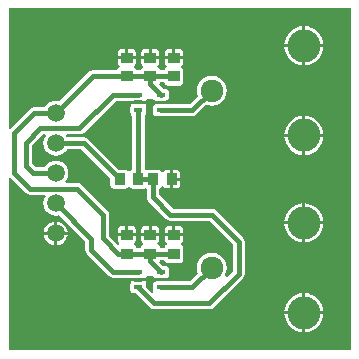
<source format=gtl>
G04 Layer_Physical_Order=1*
G04 Layer_Color=255*
%FSLAX43Y43*%
%MOMM*%
G71*
G01*
G75*
%ADD10R,0.750X0.400*%
%ADD11R,1.000X0.950*%
%ADD12R,0.950X1.000*%
%ADD13C,0.400*%
%ADD14C,1.920*%
%ADD15C,2.800*%
%ADD16C,1.500*%
G36*
X29500Y500D02*
X500D01*
Y15120D01*
X627Y15158D01*
X640Y15140D01*
X1940Y13840D01*
X2105Y13729D01*
X2300Y13690D01*
X3593D01*
X3649Y13576D01*
X3583Y13490D01*
X3477Y13234D01*
X3441Y12960D01*
X3477Y12686D01*
X3583Y12430D01*
X3751Y12211D01*
X3970Y12043D01*
X4226Y11937D01*
X4500Y11901D01*
X4774Y11937D01*
X4794Y11945D01*
X6990Y9749D01*
Y9000D01*
X7029Y8805D01*
X7140Y8640D01*
X8990Y6790D01*
X9155Y6679D01*
X9350Y6640D01*
X10850D01*
Y6627D01*
X11484D01*
X12118D01*
Y6700D01*
X12180Y6775D01*
X12765D01*
X12793Y6734D01*
X12892Y6667D01*
X13009Y6644D01*
X13364D01*
X13384Y6640D01*
X13404Y6644D01*
X13759D01*
X13876Y6667D01*
X13975Y6734D01*
X14042Y6833D01*
X14065Y6950D01*
Y7350D01*
X14042Y7467D01*
X13975Y7566D01*
X13876Y7633D01*
X13759Y7656D01*
X13599D01*
X13228Y8027D01*
X13283Y8108D01*
X13299Y8190D01*
X13701D01*
X13717Y8108D01*
X13784Y8009D01*
X13883Y7942D01*
X14000Y7919D01*
X15000D01*
X15117Y7942D01*
X15216Y8009D01*
X15283Y8108D01*
X15306Y8225D01*
Y9175D01*
X15283Y9292D01*
X15216Y9391D01*
X15117Y9458D01*
X15111Y9459D01*
X15101Y9565D01*
X15105Y9590D01*
X15183Y9642D01*
X15239Y9726D01*
X15259Y9825D01*
Y10173D01*
X14500D01*
Y10300D01*
D01*
Y10173D01*
X13741D01*
Y9825D01*
X13761Y9726D01*
X13817Y9642D01*
X13895Y9590D01*
X13899Y9565D01*
X13888Y9459D01*
X13883Y9458D01*
X13784Y9391D01*
X13717Y9292D01*
X13701Y9210D01*
X13299D01*
X13283Y9292D01*
X13216Y9391D01*
X13117Y9458D01*
X13111Y9459D01*
X13101Y9565D01*
X13105Y9590D01*
X13183Y9642D01*
X13239Y9726D01*
X13259Y9825D01*
Y10173D01*
X12500D01*
X11741D01*
Y9825D01*
X11761Y9726D01*
X11817Y9642D01*
X11895Y9590D01*
X11899Y9565D01*
X11888Y9459D01*
X11883Y9458D01*
X11784Y9391D01*
X11717Y9292D01*
X11701Y9210D01*
X11299D01*
X11282Y9292D01*
X11216Y9391D01*
X11117Y9458D01*
X11111Y9459D01*
X11101Y9564D01*
X11104Y9589D01*
X11183Y9642D01*
X11239Y9726D01*
X11259Y9825D01*
Y10173D01*
X10500D01*
X9741D01*
Y9825D01*
X9760Y9726D01*
X9817Y9642D01*
X9843Y9624D01*
X9833Y9482D01*
X9767Y9454D01*
X9010Y10211D01*
Y12000D01*
X8971Y12195D01*
X8860Y12360D01*
X6660Y14560D01*
X6495Y14671D01*
X6300Y14710D01*
X5377D01*
X5315Y14837D01*
X5417Y14970D01*
X5523Y15226D01*
X5559Y15500D01*
X5523Y15774D01*
X5417Y16030D01*
X5249Y16249D01*
X5030Y16417D01*
X4774Y16523D01*
X4500Y16559D01*
X4226Y16523D01*
X3970Y16417D01*
X3751Y16249D01*
X3583Y16030D01*
X3575Y16010D01*
X2811D01*
X2510Y16311D01*
Y17889D01*
X3411Y18790D01*
X3592D01*
X3655Y18663D01*
X3583Y18570D01*
X3477Y18314D01*
X3441Y18040D01*
X3477Y17766D01*
X3583Y17510D01*
X3751Y17291D01*
X3970Y17123D01*
X4226Y17017D01*
X4500Y16981D01*
X4774Y17017D01*
X5030Y17123D01*
X5249Y17291D01*
X5417Y17510D01*
X5425Y17530D01*
X6649D01*
X9119Y15060D01*
Y14500D01*
X9142Y14383D01*
X9209Y14284D01*
X9308Y14217D01*
X9425Y14194D01*
X10375D01*
X10492Y14217D01*
X10591Y14284D01*
X10629Y14341D01*
X10635Y14343D01*
X10765D01*
X10771Y14341D01*
X10809Y14284D01*
X10908Y14217D01*
X11025Y14194D01*
X11975D01*
X12068Y14213D01*
X12190Y14142D01*
Y13500D01*
X12229Y13305D01*
X12340Y13140D01*
X13840Y11640D01*
X14005Y11529D01*
X14200Y11490D01*
X17489D01*
X19490Y9489D01*
Y7211D01*
X19005Y6726D01*
X18879Y6746D01*
X18799Y6859D01*
X18801Y6865D01*
X18811Y6890D01*
X18928Y7171D01*
X18971Y7500D01*
X18928Y7829D01*
X18801Y8135D01*
X18599Y8399D01*
X18335Y8601D01*
X18029Y8728D01*
X17700Y8771D01*
X17371Y8728D01*
X17065Y8601D01*
X16801Y8399D01*
X16599Y8135D01*
X16472Y7829D01*
X16429Y7500D01*
X16472Y7171D01*
X16524Y7045D01*
X15839Y6360D01*
X13384D01*
X13364Y6356D01*
X13009D01*
X12892Y6333D01*
X12793Y6266D01*
X12726Y6167D01*
X12703Y6050D01*
Y5650D01*
X12726Y5533D01*
X12776Y5458D01*
X12678Y5377D01*
X12165Y5890D01*
Y6050D01*
X12142Y6167D01*
X12103Y6225D01*
X12118Y6300D01*
Y6373D01*
X11484D01*
X10850D01*
Y6300D01*
X10865Y6225D01*
X10826Y6167D01*
X10803Y6050D01*
Y5650D01*
X10826Y5533D01*
X10893Y5434D01*
X10992Y5367D01*
X11109Y5344D01*
X11269D01*
X12474Y4140D01*
X12639Y4029D01*
X12834Y3990D01*
X17500D01*
X17695Y4029D01*
X17860Y4140D01*
X20360Y6640D01*
X20471Y6805D01*
X20510Y7000D01*
Y9700D01*
X20471Y9895D01*
X20360Y10060D01*
X18060Y12360D01*
X17895Y12471D01*
X17700Y12510D01*
X14411D01*
X13210Y13711D01*
Y14201D01*
X13292Y14217D01*
X13391Y14283D01*
X13458Y14383D01*
X13459Y14388D01*
X13565Y14398D01*
X13590Y14395D01*
X13642Y14317D01*
X13726Y14260D01*
X13825Y14241D01*
X14173D01*
Y15000D01*
Y15759D01*
X13825D01*
X13726Y15739D01*
X13642Y15683D01*
X13590Y15604D01*
X13565Y15601D01*
X13459Y15611D01*
X13458Y15617D01*
X13391Y15716D01*
X13292Y15782D01*
X13175Y15806D01*
X12225D01*
X12132Y15787D01*
X12010Y15858D01*
Y20390D01*
X12075Y20434D01*
X12142Y20533D01*
X12165Y20650D01*
Y21050D01*
X12142Y21167D01*
X12103Y21225D01*
X12118Y21300D01*
Y21373D01*
X11484D01*
X10850D01*
Y21300D01*
X10865Y21225D01*
X10826Y21167D01*
X10803Y21050D01*
Y20650D01*
X10826Y20533D01*
X10893Y20434D01*
X10990Y20369D01*
Y15799D01*
X10908Y15783D01*
X10809Y15716D01*
X10771Y15659D01*
X10765Y15657D01*
X10635D01*
X10629Y15659D01*
X10591Y15716D01*
X10492Y15783D01*
X10375Y15806D01*
X9815D01*
X7220Y18400D01*
X7055Y18511D01*
X6860Y18550D01*
X5425D01*
X5417Y18570D01*
X5345Y18663D01*
X5408Y18790D01*
X6500D01*
X6695Y18829D01*
X6860Y18940D01*
X9561Y21640D01*
X10850D01*
Y21627D01*
X11484D01*
X12118D01*
Y21700D01*
X12180Y21775D01*
X12765D01*
X12793Y21734D01*
X12892Y21667D01*
X13009Y21644D01*
X13364D01*
X13384Y21640D01*
X13404Y21644D01*
X13759D01*
X13876Y21667D01*
X13975Y21734D01*
X14042Y21833D01*
X14065Y21950D01*
Y22350D01*
X14042Y22467D01*
X13975Y22566D01*
X13876Y22633D01*
X13759Y22656D01*
X13599D01*
X13228Y23027D01*
X13282Y23108D01*
X13299Y23190D01*
X13701D01*
X13717Y23108D01*
X13784Y23009D01*
X13883Y22942D01*
X14000Y22919D01*
X15000D01*
X15117Y22942D01*
X15216Y23009D01*
X15283Y23108D01*
X15306Y23225D01*
Y24175D01*
X15283Y24292D01*
X15216Y24391D01*
X15117Y24458D01*
X15111Y24459D01*
X15101Y24565D01*
X15105Y24590D01*
X15183Y24642D01*
X15239Y24726D01*
X15259Y24825D01*
Y25173D01*
X14500D01*
X13741D01*
Y24825D01*
X13761Y24726D01*
X13817Y24642D01*
X13895Y24590D01*
X13899Y24565D01*
X13888Y24459D01*
X13883Y24458D01*
X13784Y24391D01*
X13717Y24292D01*
X13701Y24210D01*
X13299D01*
X13282Y24292D01*
X13216Y24391D01*
X13117Y24458D01*
X13111Y24459D01*
X13101Y24564D01*
X13104Y24589D01*
X13183Y24642D01*
X13239Y24726D01*
X13259Y24825D01*
Y25173D01*
X12500D01*
X11741D01*
Y24825D01*
X11760Y24726D01*
X11816Y24642D01*
X11895Y24589D01*
X11898Y24564D01*
X11888Y24459D01*
X11883Y24458D01*
X11783Y24391D01*
X11717Y24292D01*
X11701Y24210D01*
X11299D01*
X11283Y24292D01*
X11216Y24391D01*
X11117Y24458D01*
X11111Y24459D01*
X11101Y24565D01*
X11105Y24590D01*
X11183Y24642D01*
X11239Y24726D01*
X11259Y24825D01*
Y25173D01*
X10500D01*
X9741D01*
Y24825D01*
X9761Y24726D01*
X9817Y24642D01*
X9895Y24590D01*
X9899Y24565D01*
X9888Y24459D01*
X9883Y24458D01*
X9784Y24391D01*
X9717Y24292D01*
X9701Y24210D01*
X7620D01*
X7425Y24171D01*
X7260Y24061D01*
X4794Y21595D01*
X4774Y21603D01*
X4500Y21639D01*
X4226Y21603D01*
X3970Y21497D01*
X3751Y21329D01*
X3583Y21110D01*
X3575Y21090D01*
X2680D01*
X2485Y21051D01*
X2320Y20940D01*
X640Y19260D01*
X627Y19242D01*
X500Y19280D01*
Y29500D01*
X29500D01*
Y500D01*
D02*
G37*
%LPC*%
G36*
X15000Y11034D02*
X14627D01*
Y10427D01*
X15259D01*
Y10775D01*
X15239Y10874D01*
X15183Y10958D01*
X15099Y11014D01*
X15000Y11034D01*
D02*
G37*
G36*
X14373D02*
X14000D01*
X13901Y11014D01*
X13817Y10958D01*
X13761Y10874D01*
X13741Y10775D01*
Y10427D01*
X14373D01*
Y11034D01*
D02*
G37*
G36*
X11000Y11034D02*
X10627D01*
Y10427D01*
X11259D01*
Y10775D01*
X11239Y10874D01*
X11183Y10958D01*
X11099Y11014D01*
X11000Y11034D01*
D02*
G37*
G36*
X12373Y11034D02*
X12000D01*
X11901Y11014D01*
X11817Y10958D01*
X11761Y10874D01*
X11741Y10775D01*
Y10427D01*
X12373D01*
Y11034D01*
D02*
G37*
G36*
X4627Y11416D02*
Y10547D01*
X5496D01*
X5478Y10682D01*
X5377Y10926D01*
X5216Y11136D01*
X5006Y11297D01*
X4762Y11398D01*
X4627Y11416D01*
D02*
G37*
G36*
X25373Y12949D02*
X25176Y12930D01*
X24864Y12835D01*
X24577Y12682D01*
X24325Y12475D01*
X24118Y12223D01*
X23965Y11936D01*
X23870Y11624D01*
X23851Y11427D01*
X25373D01*
Y12949D01*
D02*
G37*
G36*
X13000Y11034D02*
X12627D01*
Y10427D01*
X13259D01*
Y10775D01*
X13239Y10874D01*
X13183Y10958D01*
X13099Y11014D01*
X13000Y11034D01*
D02*
G37*
G36*
X4373Y11416D02*
X4238Y11398D01*
X3994Y11297D01*
X3784Y11136D01*
X3623Y10926D01*
X3522Y10682D01*
X3504Y10547D01*
X4373D01*
Y11416D01*
D02*
G37*
G36*
X25373Y5349D02*
X25176Y5330D01*
X24864Y5235D01*
X24577Y5082D01*
X24325Y4875D01*
X24118Y4623D01*
X23965Y4336D01*
X23870Y4024D01*
X23851Y3827D01*
X25373D01*
Y5349D01*
D02*
G37*
G36*
X25627D02*
Y3827D01*
X27149D01*
X27130Y4024D01*
X27035Y4336D01*
X26882Y4623D01*
X26675Y4875D01*
X26423Y5082D01*
X26136Y5235D01*
X25824Y5330D01*
X25627Y5349D01*
D02*
G37*
G36*
X27149Y3573D02*
X25627D01*
Y2051D01*
X25824Y2070D01*
X26136Y2165D01*
X26423Y2318D01*
X26675Y2525D01*
X26882Y2777D01*
X27035Y3064D01*
X27130Y3376D01*
X27149Y3573D01*
D02*
G37*
G36*
X25373D02*
X23851D01*
X23870Y3376D01*
X23965Y3064D01*
X24118Y2777D01*
X24325Y2525D01*
X24577Y2318D01*
X24864Y2165D01*
X25176Y2070D01*
X25373Y2051D01*
Y3573D01*
D02*
G37*
G36*
X4373Y10293D02*
X3504D01*
X3522Y10158D01*
X3623Y9914D01*
X3784Y9704D01*
X3994Y9543D01*
X4238Y9442D01*
X4373Y9424D01*
Y10293D01*
D02*
G37*
G36*
X25373Y11173D02*
X23851D01*
X23870Y10976D01*
X23965Y10664D01*
X24118Y10377D01*
X24325Y10125D01*
X24577Y9918D01*
X24864Y9765D01*
X25176Y9670D01*
X25373Y9651D01*
Y11173D01*
D02*
G37*
G36*
X10373Y11034D02*
X10000D01*
X9901Y11014D01*
X9817Y10958D01*
X9760Y10874D01*
X9741Y10775D01*
Y10427D01*
X10373D01*
Y11034D01*
D02*
G37*
G36*
X5496Y10293D02*
X4627D01*
Y9424D01*
X4762Y9442D01*
X5006Y9543D01*
X5216Y9704D01*
X5377Y9914D01*
X5478Y10158D01*
X5496Y10293D01*
D02*
G37*
G36*
X27149Y11173D02*
X25627D01*
Y9651D01*
X25824Y9670D01*
X26136Y9765D01*
X26423Y9918D01*
X26675Y10125D01*
X26882Y10377D01*
X27035Y10664D01*
X27130Y10976D01*
X27149Y11173D01*
D02*
G37*
G36*
X25627Y12949D02*
Y11427D01*
X27149D01*
X27130Y11624D01*
X27035Y11936D01*
X26882Y12223D01*
X26675Y12475D01*
X26423Y12682D01*
X26136Y12835D01*
X25824Y12930D01*
X25627Y12949D01*
D02*
G37*
G36*
X14373Y26034D02*
X14000D01*
X13901Y26014D01*
X13817Y25958D01*
X13761Y25874D01*
X13741Y25775D01*
Y25427D01*
X14373D01*
Y26034D01*
D02*
G37*
G36*
X15000D02*
X14627D01*
Y25427D01*
X15259D01*
Y25775D01*
X15239Y25874D01*
X15183Y25958D01*
X15099Y26014D01*
X15000Y26034D01*
D02*
G37*
G36*
X12373Y26034D02*
X12000D01*
X11900Y26014D01*
X11816Y25958D01*
X11760Y25874D01*
X11741Y25775D01*
Y25427D01*
X12373D01*
Y26034D01*
D02*
G37*
G36*
X13000D02*
X12627D01*
Y25427D01*
X13259D01*
Y25775D01*
X13239Y25874D01*
X13183Y25958D01*
X13099Y26014D01*
X13000Y26034D01*
D02*
G37*
G36*
X25373Y27949D02*
X25176Y27930D01*
X24864Y27835D01*
X24577Y27682D01*
X24325Y27475D01*
X24118Y27223D01*
X23965Y26936D01*
X23870Y26624D01*
X23851Y26427D01*
X25373D01*
Y27949D01*
D02*
G37*
G36*
X25627D02*
Y26427D01*
X27149D01*
X27130Y26624D01*
X27035Y26936D01*
X26882Y27223D01*
X26675Y27475D01*
X26423Y27682D01*
X26136Y27835D01*
X25824Y27930D01*
X25627Y27949D01*
D02*
G37*
G36*
X10373Y26034D02*
X10000D01*
X9901Y26014D01*
X9817Y25958D01*
X9761Y25874D01*
X9741Y25775D01*
Y25427D01*
X10373D01*
Y26034D01*
D02*
G37*
G36*
X11000D02*
X10627D01*
Y25427D01*
X11259D01*
Y25775D01*
X11239Y25874D01*
X11183Y25958D01*
X11099Y26014D01*
X11000Y26034D01*
D02*
G37*
G36*
X25373Y26173D02*
X23851D01*
X23870Y25976D01*
X23965Y25664D01*
X24118Y25377D01*
X24325Y25125D01*
X24577Y24918D01*
X24864Y24764D01*
X25176Y24670D01*
X25373Y24650D01*
Y26173D01*
D02*
G37*
G36*
X27149Y18573D02*
X25627D01*
Y17051D01*
X25824Y17070D01*
X26136Y17164D01*
X26423Y17318D01*
X26675Y17525D01*
X26882Y17777D01*
X27035Y18064D01*
X27130Y18376D01*
X27149Y18573D01*
D02*
G37*
G36*
X25373D02*
X23851D01*
X23870Y18376D01*
X23965Y18064D01*
X24118Y17777D01*
X24325Y17525D01*
X24577Y17318D01*
X24864Y17164D01*
X25176Y17070D01*
X25373Y17051D01*
Y18573D01*
D02*
G37*
G36*
X15034Y14873D02*
X14427D01*
Y14241D01*
X14775D01*
X14874Y14260D01*
X14958Y14317D01*
X15014Y14401D01*
X15034Y14500D01*
Y14873D01*
D02*
G37*
G36*
X14775Y15759D02*
X14427D01*
Y15127D01*
X15034D01*
Y15500D01*
X15014Y15599D01*
X14958Y15683D01*
X14874Y15739D01*
X14775Y15759D01*
D02*
G37*
G36*
X17700Y23771D02*
X17371Y23728D01*
X17065Y23601D01*
X16801Y23399D01*
X16599Y23135D01*
X16472Y22829D01*
X16429Y22500D01*
X16472Y22171D01*
X16524Y22045D01*
X15839Y21360D01*
X13384D01*
X13384Y21360D01*
X13364Y21356D01*
X13009D01*
X12892Y21333D01*
X12793Y21266D01*
X12726Y21167D01*
X12703Y21050D01*
Y20650D01*
X12726Y20533D01*
X12793Y20434D01*
X12892Y20367D01*
X13009Y20344D01*
X13364D01*
X13384Y20340D01*
X16050D01*
X16245Y20379D01*
X16410Y20490D01*
X17245Y21324D01*
X17371Y21272D01*
X17700Y21229D01*
X18029Y21272D01*
X18335Y21399D01*
X18599Y21601D01*
X18801Y21865D01*
X18928Y22171D01*
X18971Y22500D01*
X18928Y22829D01*
X18801Y23135D01*
X18599Y23399D01*
X18335Y23601D01*
X18029Y23728D01*
X17700Y23771D01*
D02*
G37*
G36*
X27149Y26173D02*
X25627D01*
Y24650D01*
X25824Y24670D01*
X26136Y24764D01*
X26423Y24918D01*
X26675Y25125D01*
X26882Y25377D01*
X27035Y25664D01*
X27130Y25976D01*
X27149Y26173D01*
D02*
G37*
G36*
X25373Y20349D02*
X25176Y20330D01*
X24864Y20235D01*
X24577Y20082D01*
X24325Y19875D01*
X24118Y19623D01*
X23965Y19336D01*
X23870Y19024D01*
X23851Y18827D01*
X25373D01*
Y20349D01*
D02*
G37*
G36*
X25627D02*
Y18827D01*
X27149D01*
X27130Y19024D01*
X27035Y19336D01*
X26882Y19623D01*
X26675Y19875D01*
X26423Y20082D01*
X26136Y20235D01*
X25824Y20330D01*
X25627Y20349D01*
D02*
G37*
%LPD*%
D10*
X13384Y20850D02*
D03*
Y22150D02*
D03*
X11484Y20850D02*
D03*
Y21500D02*
D03*
Y22150D02*
D03*
X13384Y5850D02*
D03*
Y7150D02*
D03*
X11484Y5850D02*
D03*
Y6500D02*
D03*
Y7150D02*
D03*
D11*
X14500Y8700D02*
D03*
Y10300D02*
D03*
X12500Y8700D02*
D03*
Y10300D02*
D03*
X10500Y8700D02*
D03*
Y10300D02*
D03*
X14500Y23700D02*
D03*
Y25300D02*
D03*
X12500Y23700D02*
D03*
Y25300D02*
D03*
X10500Y23700D02*
D03*
Y25300D02*
D03*
D12*
X11500Y15000D02*
D03*
X9900D02*
D03*
X14300Y15000D02*
D03*
X12700D02*
D03*
D13*
Y13500D02*
Y15000D01*
X11484Y5850D02*
X12834Y4500D01*
X17500D01*
X20000Y7000D01*
Y9700D01*
X17700Y12000D02*
X20000Y9700D01*
X14200Y12000D02*
X17700D01*
X12700Y13500D02*
X14200Y12000D01*
X11484Y20850D02*
X11500Y20834D01*
Y15000D02*
Y20834D01*
X12499Y23035D02*
Y23700D01*
Y23035D02*
X13384Y22150D01*
Y20850D02*
X13384Y20850D01*
X16050D01*
X11484Y22150D02*
X11484Y22150D01*
X9350Y22150D02*
X11484D01*
X14500Y23700D02*
X14500Y23700D01*
X12500Y23700D02*
X14500D01*
X12499Y23700D02*
X12500Y23700D01*
X10500Y23700D02*
X12499D01*
X4500Y20580D02*
X7620Y23700D01*
X10500D01*
X6500Y19300D02*
X9350Y22150D01*
X3200Y19300D02*
X6500D01*
X2000Y18100D02*
X3200Y19300D01*
X2000Y16100D02*
Y18100D01*
Y16100D02*
X2600Y15500D01*
X4500D01*
X6860Y18040D02*
X9900Y15000D01*
X4500Y18040D02*
X6860D01*
X2680Y20580D02*
X4500D01*
X1000Y18900D02*
X2680Y20580D01*
X1000Y15500D02*
Y18900D01*
Y15500D02*
X2300Y14200D01*
X6300D01*
X8500Y12000D01*
Y10000D02*
Y12000D01*
Y10000D02*
X9800Y8700D01*
X10500D01*
X4500Y12960D02*
X7500Y9960D01*
Y9000D02*
Y9960D01*
Y9000D02*
X9350Y7150D01*
X11500Y15000D02*
X11500Y15000D01*
X12700D01*
X10500Y8700D02*
X10500Y8700D01*
X12500D01*
X14500D01*
X12500Y8034D02*
Y8700D01*
Y8034D02*
X13384Y7150D01*
X16050Y20850D02*
X17700Y22500D01*
X16050Y5850D02*
X17700Y7500D01*
X13384Y5850D02*
X16050D01*
X9350Y7150D02*
X11484D01*
D14*
X17700Y7500D02*
D03*
Y22500D02*
D03*
D15*
X25500Y11300D02*
D03*
Y3700D02*
D03*
Y26300D02*
D03*
Y18700D02*
D03*
D16*
X4500Y20580D02*
D03*
Y18040D02*
D03*
Y10420D02*
D03*
Y12960D02*
D03*
Y15500D02*
D03*
M02*

</source>
